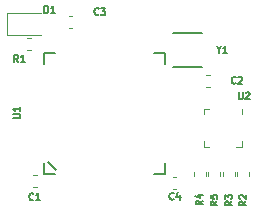
<source format=gto>
%TF.GenerationSoftware,KiCad,Pcbnew,(5.1.8)-1*%
%TF.CreationDate,2020-12-19T10:03:23+01:00*%
%TF.ProjectId,MM32,4d4d3332-2e6b-4696-9361-645f70636258,rev?*%
%TF.SameCoordinates,Original*%
%TF.FileFunction,Legend,Top*%
%TF.FilePolarity,Positive*%
%FSLAX46Y46*%
G04 Gerber Fmt 4.6, Leading zero omitted, Abs format (unit mm)*
G04 Created by KiCad (PCBNEW (5.1.8)-1) date 2020-12-19 10:03:23*
%MOMM*%
%LPD*%
G01*
G04 APERTURE LIST*
%ADD10C,0.120000*%
%ADD11C,0.127000*%
%ADD12C,0.152400*%
G04 APERTURE END LIST*
D10*
%TO.C,R4*%
X137488200Y-68562067D02*
X137488200Y-68219533D01*
X138508200Y-68562067D02*
X138508200Y-68219533D01*
%TO.C,R5*%
X138707400Y-68573467D02*
X138707400Y-68230933D01*
X139727400Y-68573467D02*
X139727400Y-68230933D01*
%TO.C,U2*%
X141538600Y-65600200D02*
X141538600Y-66075200D01*
X141538600Y-66075200D02*
X141063600Y-66075200D01*
X138318600Y-63330200D02*
X138318600Y-62855200D01*
X138318600Y-62855200D02*
X138793600Y-62855200D01*
X138318600Y-65600200D02*
X138318600Y-66075200D01*
X138318600Y-66075200D02*
X138793600Y-66075200D01*
X141538600Y-63330200D02*
X141538600Y-62855200D01*
D11*
%TO.C,Y1*%
X135681400Y-59281200D02*
X138181400Y-59281200D01*
X138181400Y-56441200D02*
X135681400Y-56441200D01*
D12*
%TO.C,U1*%
X124815600Y-67462400D02*
X124815600Y-68351400D01*
X125704600Y-58140600D02*
X124815600Y-58140600D01*
X135026400Y-59029600D02*
X135026400Y-58140600D01*
X125780800Y-68021200D02*
X125145800Y-67386200D01*
X135026400Y-68351400D02*
X135026400Y-67462400D01*
X135026400Y-58140600D02*
X134137400Y-58140600D01*
X124815600Y-58140600D02*
X124815600Y-59029600D01*
X124815600Y-68351400D02*
X125704600Y-68351400D01*
X134137400Y-68351400D02*
X135026400Y-68351400D01*
D10*
%TO.C,C1*%
X124188267Y-68451000D02*
X123895733Y-68451000D01*
X124188267Y-69471000D02*
X123895733Y-69471000D01*
%TO.C,R1*%
X123388333Y-57914000D02*
X123730867Y-57914000D01*
X123388333Y-56894000D02*
X123730867Y-56894000D01*
%TO.C,D1*%
X121651200Y-56636800D02*
X124511200Y-56636800D01*
X121651200Y-54716800D02*
X121651200Y-56636800D01*
X124511200Y-54716800D02*
X121651200Y-54716800D01*
%TO.C,C4*%
X135717233Y-69623400D02*
X136009767Y-69623400D01*
X135717233Y-68603400D02*
X136009767Y-68603400D01*
%TO.C,C3*%
X126890733Y-54989000D02*
X127183267Y-54989000D01*
X126890733Y-56009000D02*
X127183267Y-56009000D01*
%TO.C,C2*%
X138537733Y-60005500D02*
X138830267Y-60005500D01*
X138537733Y-61025500D02*
X138830267Y-61025500D01*
%TO.C,R2*%
X141145800Y-68573467D02*
X141145800Y-68230933D01*
X142165800Y-68573467D02*
X142165800Y-68230933D01*
%TO.C,R3*%
X140946600Y-68230933D02*
X140946600Y-68573467D01*
X139926600Y-68230933D02*
X139926600Y-68573467D01*
%TD*%
%TO.C,R4*%
D11*
X138237080Y-70620466D02*
X137958890Y-70815200D01*
X138237080Y-70954295D02*
X137652880Y-70954295D01*
X137652880Y-70731742D01*
X137680700Y-70676104D01*
X137708519Y-70648285D01*
X137764157Y-70620466D01*
X137847614Y-70620466D01*
X137903252Y-70648285D01*
X137931071Y-70676104D01*
X137958890Y-70731742D01*
X137958890Y-70954295D01*
X137847614Y-70119723D02*
X138237080Y-70119723D01*
X137625061Y-70258819D02*
X138042347Y-70397914D01*
X138042347Y-70036266D01*
%TO.C,R5*%
X139481680Y-70683966D02*
X139203490Y-70878700D01*
X139481680Y-71017795D02*
X138897480Y-71017795D01*
X138897480Y-70795242D01*
X138925300Y-70739604D01*
X138953119Y-70711785D01*
X139008757Y-70683966D01*
X139092214Y-70683966D01*
X139147852Y-70711785D01*
X139175671Y-70739604D01*
X139203490Y-70795242D01*
X139203490Y-71017795D01*
X138897480Y-70155404D02*
X138897480Y-70433595D01*
X139175671Y-70461414D01*
X139147852Y-70433595D01*
X139120033Y-70377957D01*
X139120033Y-70238861D01*
X139147852Y-70183223D01*
X139175671Y-70155404D01*
X139231309Y-70127585D01*
X139370404Y-70127585D01*
X139426042Y-70155404D01*
X139453861Y-70183223D01*
X139481680Y-70238861D01*
X139481680Y-70377957D01*
X139453861Y-70433595D01*
X139426042Y-70461414D01*
%TO.C,U2*%
X141286895Y-61452880D02*
X141286895Y-61925804D01*
X141314714Y-61981442D01*
X141342533Y-62009261D01*
X141398171Y-62037080D01*
X141509447Y-62037080D01*
X141565085Y-62009261D01*
X141592904Y-61981442D01*
X141620723Y-61925804D01*
X141620723Y-61452880D01*
X141871095Y-61508519D02*
X141898914Y-61480700D01*
X141954552Y-61452880D01*
X142093647Y-61452880D01*
X142149285Y-61480700D01*
X142177104Y-61508519D01*
X142204923Y-61564157D01*
X142204923Y-61619795D01*
X142177104Y-61703252D01*
X141843276Y-62037080D01*
X142204923Y-62037080D01*
%TO.C,Y1*%
X139612309Y-57847290D02*
X139612309Y-58125480D01*
X139417576Y-57541280D02*
X139612309Y-57847290D01*
X139807042Y-57541280D01*
X140307785Y-58125480D02*
X139973957Y-58125480D01*
X140140871Y-58125480D02*
X140140871Y-57541280D01*
X140085233Y-57624738D01*
X140029595Y-57680376D01*
X139973957Y-57708195D01*
%TO.C,U1*%
X122201080Y-63641104D02*
X122674004Y-63641104D01*
X122729642Y-63613285D01*
X122757461Y-63585466D01*
X122785280Y-63529828D01*
X122785280Y-63418552D01*
X122757461Y-63362914D01*
X122729642Y-63335095D01*
X122674004Y-63307276D01*
X122201080Y-63307276D01*
X122785280Y-62723076D02*
X122785280Y-63056904D01*
X122785280Y-62889990D02*
X122201080Y-62889990D01*
X122284538Y-62945628D01*
X122340176Y-63001266D01*
X122367995Y-63056904D01*
%TO.C,C1*%
X123905433Y-70541242D02*
X123877614Y-70569061D01*
X123794157Y-70596880D01*
X123738519Y-70596880D01*
X123655061Y-70569061D01*
X123599423Y-70513423D01*
X123571604Y-70457785D01*
X123543785Y-70346509D01*
X123543785Y-70263052D01*
X123571604Y-70151776D01*
X123599423Y-70096138D01*
X123655061Y-70040500D01*
X123738519Y-70012680D01*
X123794157Y-70012680D01*
X123877614Y-70040500D01*
X123905433Y-70068319D01*
X124461814Y-70596880D02*
X124127985Y-70596880D01*
X124294900Y-70596880D02*
X124294900Y-70012680D01*
X124239261Y-70096138D01*
X124183623Y-70151776D01*
X124127985Y-70179595D01*
%TO.C,R1*%
X122610033Y-58887480D02*
X122415300Y-58609290D01*
X122276204Y-58887480D02*
X122276204Y-58303280D01*
X122498757Y-58303280D01*
X122554395Y-58331100D01*
X122582214Y-58358919D01*
X122610033Y-58414557D01*
X122610033Y-58498014D01*
X122582214Y-58553652D01*
X122554395Y-58581471D01*
X122498757Y-58609290D01*
X122276204Y-58609290D01*
X123166414Y-58887480D02*
X122832585Y-58887480D01*
X122999500Y-58887480D02*
X122999500Y-58303280D01*
X122943861Y-58386738D01*
X122888223Y-58442376D01*
X122832585Y-58470195D01*
%TO.C,D1*%
X124828904Y-54734580D02*
X124828904Y-54150380D01*
X124968000Y-54150380D01*
X125051457Y-54178200D01*
X125107095Y-54233838D01*
X125134914Y-54289476D01*
X125162733Y-54400752D01*
X125162733Y-54484209D01*
X125134914Y-54595485D01*
X125107095Y-54651123D01*
X125051457Y-54706761D01*
X124968000Y-54734580D01*
X124828904Y-54734580D01*
X125719114Y-54734580D02*
X125385285Y-54734580D01*
X125552200Y-54734580D02*
X125552200Y-54150380D01*
X125496561Y-54233838D01*
X125440923Y-54289476D01*
X125385285Y-54317295D01*
%TO.C,C4*%
X135778833Y-70490442D02*
X135751014Y-70518261D01*
X135667557Y-70546080D01*
X135611919Y-70546080D01*
X135528461Y-70518261D01*
X135472823Y-70462623D01*
X135445004Y-70406985D01*
X135417185Y-70295709D01*
X135417185Y-70212252D01*
X135445004Y-70100976D01*
X135472823Y-70045338D01*
X135528461Y-69989700D01*
X135611919Y-69961880D01*
X135667557Y-69961880D01*
X135751014Y-69989700D01*
X135778833Y-70017519D01*
X136279576Y-70156614D02*
X136279576Y-70546080D01*
X136140480Y-69934061D02*
X136001385Y-70351347D01*
X136363033Y-70351347D01*
%TO.C,C3*%
X129429933Y-54856742D02*
X129402114Y-54884561D01*
X129318657Y-54912380D01*
X129263019Y-54912380D01*
X129179561Y-54884561D01*
X129123923Y-54828923D01*
X129096104Y-54773285D01*
X129068285Y-54662009D01*
X129068285Y-54578552D01*
X129096104Y-54467276D01*
X129123923Y-54411638D01*
X129179561Y-54356000D01*
X129263019Y-54328180D01*
X129318657Y-54328180D01*
X129402114Y-54356000D01*
X129429933Y-54383819D01*
X129624666Y-54328180D02*
X129986314Y-54328180D01*
X129791580Y-54550733D01*
X129875038Y-54550733D01*
X129930676Y-54578552D01*
X129958495Y-54606371D01*
X129986314Y-54662009D01*
X129986314Y-54801104D01*
X129958495Y-54856742D01*
X129930676Y-54884561D01*
X129875038Y-54912380D01*
X129708123Y-54912380D01*
X129652485Y-54884561D01*
X129624666Y-54856742D01*
%TO.C,C2*%
X141037733Y-60660642D02*
X141009914Y-60688461D01*
X140926457Y-60716280D01*
X140870819Y-60716280D01*
X140787361Y-60688461D01*
X140731723Y-60632823D01*
X140703904Y-60577185D01*
X140676085Y-60465909D01*
X140676085Y-60382452D01*
X140703904Y-60271176D01*
X140731723Y-60215538D01*
X140787361Y-60159900D01*
X140870819Y-60132080D01*
X140926457Y-60132080D01*
X141009914Y-60159900D01*
X141037733Y-60187719D01*
X141260285Y-60187719D02*
X141288104Y-60159900D01*
X141343742Y-60132080D01*
X141482838Y-60132080D01*
X141538476Y-60159900D01*
X141566295Y-60187719D01*
X141594114Y-60243357D01*
X141594114Y-60298995D01*
X141566295Y-60382452D01*
X141232466Y-60716280D01*
X141594114Y-60716280D01*
%TO.C,R2*%
X141920080Y-70683966D02*
X141641890Y-70878700D01*
X141920080Y-71017795D02*
X141335880Y-71017795D01*
X141335880Y-70795242D01*
X141363700Y-70739604D01*
X141391519Y-70711785D01*
X141447157Y-70683966D01*
X141530614Y-70683966D01*
X141586252Y-70711785D01*
X141614071Y-70739604D01*
X141641890Y-70795242D01*
X141641890Y-71017795D01*
X141391519Y-70461414D02*
X141363700Y-70433595D01*
X141335880Y-70377957D01*
X141335880Y-70238861D01*
X141363700Y-70183223D01*
X141391519Y-70155404D01*
X141447157Y-70127585D01*
X141502795Y-70127585D01*
X141586252Y-70155404D01*
X141920080Y-70489233D01*
X141920080Y-70127585D01*
%TO.C,R3*%
X140700880Y-70683966D02*
X140422690Y-70878700D01*
X140700880Y-71017795D02*
X140116680Y-71017795D01*
X140116680Y-70795242D01*
X140144500Y-70739604D01*
X140172319Y-70711785D01*
X140227957Y-70683966D01*
X140311414Y-70683966D01*
X140367052Y-70711785D01*
X140394871Y-70739604D01*
X140422690Y-70795242D01*
X140422690Y-71017795D01*
X140116680Y-70489233D02*
X140116680Y-70127585D01*
X140339233Y-70322319D01*
X140339233Y-70238861D01*
X140367052Y-70183223D01*
X140394871Y-70155404D01*
X140450509Y-70127585D01*
X140589604Y-70127585D01*
X140645242Y-70155404D01*
X140673061Y-70183223D01*
X140700880Y-70238861D01*
X140700880Y-70405776D01*
X140673061Y-70461414D01*
X140645242Y-70489233D01*
%TD*%
M02*

</source>
